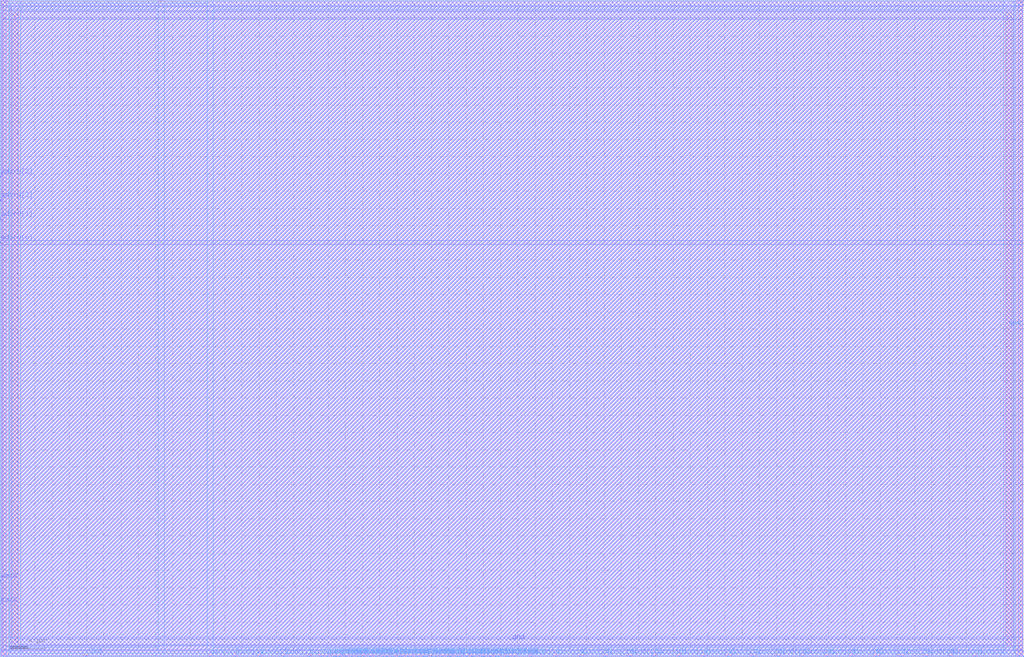
<source format=lef>
VERSION 5.4 ;
NAMESCASESENSITIVE ON ;
BUSBITCHARS "[]" ;
DIVIDERCHAR "/" ;
UNITS
  DATABASE MICRONS 2000 ;
END UNITS
MACRO sram_32x32
   CLASS BLOCK ;
   SIZE 118.685 BY 76.22 ;
   SYMMETRY X Y R90 ;
   PIN din0[0]
      DIRECTION INPUT ;
      PORT
         LAYER metal4 ;
         RECT  24.2975 0.0 24.4375 0.14 ;
      END
   END din0[0]
   PIN din0[1]
      DIRECTION INPUT ;
      PORT
         LAYER metal4 ;
         RECT  27.1575 0.0 27.2975 0.14 ;
      END
   END din0[1]
   PIN din0[2]
      DIRECTION INPUT ;
      PORT
         LAYER metal4 ;
         RECT  30.0175 0.0 30.1575 0.14 ;
      END
   END din0[2]
   PIN din0[3]
      DIRECTION INPUT ;
      PORT
         LAYER metal4 ;
         RECT  32.8775 0.0 33.0175 0.14 ;
      END
   END din0[3]
   PIN din0[4]
      DIRECTION INPUT ;
      PORT
         LAYER metal4 ;
         RECT  35.7375 0.0 35.8775 0.14 ;
      END
   END din0[4]
   PIN din0[5]
      DIRECTION INPUT ;
      PORT
         LAYER metal4 ;
         RECT  38.5975 0.0 38.7375 0.14 ;
      END
   END din0[5]
   PIN din0[6]
      DIRECTION INPUT ;
      PORT
         LAYER metal4 ;
         RECT  41.4575 0.0 41.5975 0.14 ;
      END
   END din0[6]
   PIN din0[7]
      DIRECTION INPUT ;
      PORT
         LAYER metal4 ;
         RECT  44.3175 0.0 44.4575 0.14 ;
      END
   END din0[7]
   PIN din0[8]
      DIRECTION INPUT ;
      PORT
         LAYER metal4 ;
         RECT  47.1775 0.0 47.3175 0.14 ;
      END
   END din0[8]
   PIN din0[9]
      DIRECTION INPUT ;
      PORT
         LAYER metal4 ;
         RECT  50.0375 0.0 50.1775 0.14 ;
      END
   END din0[9]
   PIN din0[10]
      DIRECTION INPUT ;
      PORT
         LAYER metal4 ;
         RECT  52.8975 0.0 53.0375 0.14 ;
      END
   END din0[10]
   PIN din0[11]
      DIRECTION INPUT ;
      PORT
         LAYER metal4 ;
         RECT  55.7575 0.0 55.8975 0.14 ;
      END
   END din0[11]
   PIN din0[12]
      DIRECTION INPUT ;
      PORT
         LAYER metal4 ;
         RECT  58.6175 0.0 58.7575 0.14 ;
      END
   END din0[12]
   PIN din0[13]
      DIRECTION INPUT ;
      PORT
         LAYER metal4 ;
         RECT  61.4775 0.0 61.6175 0.14 ;
      END
   END din0[13]
   PIN din0[14]
      DIRECTION INPUT ;
      PORT
         LAYER metal4 ;
         RECT  64.3375 0.0 64.4775 0.14 ;
      END
   END din0[14]
   PIN din0[15]
      DIRECTION INPUT ;
      PORT
         LAYER metal4 ;
         RECT  67.1975 0.0 67.3375 0.14 ;
      END
   END din0[15]
   PIN din0[16]
      DIRECTION INPUT ;
      PORT
         LAYER metal4 ;
         RECT  70.0575 0.0 70.1975 0.14 ;
      END
   END din0[16]
   PIN din0[17]
      DIRECTION INPUT ;
      PORT
         LAYER metal4 ;
         RECT  72.9175 0.0 73.0575 0.14 ;
      END
   END din0[17]
   PIN din0[18]
      DIRECTION INPUT ;
      PORT
         LAYER metal4 ;
         RECT  75.7775 0.0 75.9175 0.14 ;
      END
   END din0[18]
   PIN din0[19]
      DIRECTION INPUT ;
      PORT
         LAYER metal4 ;
         RECT  78.6375 0.0 78.7775 0.14 ;
      END
   END din0[19]
   PIN din0[20]
      DIRECTION INPUT ;
      PORT
         LAYER metal4 ;
         RECT  81.4975 0.0 81.6375 0.14 ;
      END
   END din0[20]
   PIN din0[21]
      DIRECTION INPUT ;
      PORT
         LAYER metal4 ;
         RECT  84.3575 0.0 84.4975 0.14 ;
      END
   END din0[21]
   PIN din0[22]
      DIRECTION INPUT ;
      PORT
         LAYER metal4 ;
         RECT  87.2175 0.0 87.3575 0.14 ;
      END
   END din0[22]
   PIN din0[23]
      DIRECTION INPUT ;
      PORT
         LAYER metal4 ;
         RECT  90.0775 0.0 90.2175 0.14 ;
      END
   END din0[23]
   PIN din0[24]
      DIRECTION INPUT ;
      PORT
         LAYER metal4 ;
         RECT  92.9375 0.0 93.0775 0.14 ;
      END
   END din0[24]
   PIN din0[25]
      DIRECTION INPUT ;
      PORT
         LAYER metal4 ;
         RECT  95.7975 0.0 95.9375 0.14 ;
      END
   END din0[25]
   PIN din0[26]
      DIRECTION INPUT ;
      PORT
         LAYER metal4 ;
         RECT  98.6575 0.0 98.7975 0.14 ;
      END
   END din0[26]
   PIN din0[27]
      DIRECTION INPUT ;
      PORT
         LAYER metal4 ;
         RECT  101.5175 0.0 101.6575 0.14 ;
      END
   END din0[27]
   PIN din0[28]
      DIRECTION INPUT ;
      PORT
         LAYER metal4 ;
         RECT  104.3775 0.0 104.5175 0.14 ;
      END
   END din0[28]
   PIN din0[29]
      DIRECTION INPUT ;
      PORT
         LAYER metal4 ;
         RECT  107.2375 0.0 107.3775 0.14 ;
      END
   END din0[29]
   PIN din0[30]
      DIRECTION INPUT ;
      PORT
         LAYER metal4 ;
         RECT  110.0975 0.0 110.2375 0.14 ;
      END
   END din0[30]
   PIN din0[31]
      DIRECTION INPUT ;
      PORT
         LAYER metal4 ;
         RECT  112.9575 0.0 113.0975 0.14 ;
      END
   END din0[31]
   PIN addr0[0]
      DIRECTION INPUT ;
      PORT
         LAYER metal3 ;
         RECT  0.0 47.975 0.14 48.115 ;
      END
   END addr0[0]
   PIN addr0[1]
      DIRECTION INPUT ;
      PORT
         LAYER metal3 ;
         RECT  0.0 50.705 0.14 50.845 ;
      END
   END addr0[1]
   PIN addr0[2]
      DIRECTION INPUT ;
      PORT
         LAYER metal3 ;
         RECT  0.0 52.915 0.14 53.055 ;
      END
   END addr0[2]
   PIN addr0[3]
      DIRECTION INPUT ;
      PORT
         LAYER metal3 ;
         RECT  0.0 55.645 0.14 55.785 ;
      END
   END addr0[3]
   PIN addr0[4]
      DIRECTION INPUT ;
      PORT
         LAYER metal4 ;
         RECT  18.58 76.08 18.72 76.22 ;
      END
   END addr0[4]
   PIN csb0
      DIRECTION INPUT ;
      PORT
         LAYER metal3 ;
         RECT  0.0 5.985 0.14 6.125 ;
      END
   END csb0
   PIN web0
      DIRECTION INPUT ;
      PORT
         LAYER metal3 ;
         RECT  0.0 8.715 0.14 8.855 ;
      END
   END web0
   PIN clk0
      DIRECTION INPUT ;
      PORT
         LAYER metal4 ;
         RECT  9.84 0.0 9.98 0.14 ;
      END
   END clk0
   PIN dout0[0]
      DIRECTION OUTPUT ;
      PORT
         LAYER metal4 ;
         RECT  37.1375 0.0 37.2775 0.14 ;
      END
   END dout0[0]
   PIN dout0[1]
      DIRECTION OUTPUT ;
      PORT
         LAYER metal4 ;
         RECT  37.84 0.0 37.98 0.14 ;
      END
   END dout0[1]
   PIN dout0[2]
      DIRECTION OUTPUT ;
      PORT
         LAYER metal4 ;
         RECT  38.8825 0.0 39.0225 0.14 ;
      END
   END dout0[2]
   PIN dout0[3]
      DIRECTION OUTPUT ;
      PORT
         LAYER metal4 ;
         RECT  39.2525 0.0 39.3925 0.14 ;
      END
   END dout0[3]
   PIN dout0[4]
      DIRECTION OUTPUT ;
      PORT
         LAYER metal4 ;
         RECT  39.9575 0.0 40.0975 0.14 ;
      END
   END dout0[4]
   PIN dout0[5]
      DIRECTION OUTPUT ;
      PORT
         LAYER metal4 ;
         RECT  40.6625 0.0 40.8025 0.14 ;
      END
   END dout0[5]
   PIN dout0[6]
      DIRECTION OUTPUT ;
      PORT
         LAYER metal4 ;
         RECT  41.7425 0.0 41.8825 0.14 ;
      END
   END dout0[6]
   PIN dout0[7]
      DIRECTION OUTPUT ;
      PORT
         LAYER metal4 ;
         RECT  42.0725 0.0 42.2125 0.14 ;
      END
   END dout0[7]
   PIN dout0[8]
      DIRECTION OUTPUT ;
      PORT
         LAYER metal4 ;
         RECT  42.7775 0.0 42.9175 0.14 ;
      END
   END dout0[8]
   PIN dout0[9]
      DIRECTION OUTPUT ;
      PORT
         LAYER metal4 ;
         RECT  43.4825 0.0 43.6225 0.14 ;
      END
   END dout0[9]
   PIN dout0[10]
      DIRECTION OUTPUT ;
      PORT
         LAYER metal4 ;
         RECT  44.76 0.0 44.9 0.14 ;
      END
   END dout0[10]
   PIN dout0[11]
      DIRECTION OUTPUT ;
      PORT
         LAYER metal4 ;
         RECT  45.465 0.0 45.605 0.14 ;
      END
   END dout0[11]
   PIN dout0[12]
      DIRECTION OUTPUT ;
      PORT
         LAYER metal4 ;
         RECT  46.17 0.0 46.31 0.14 ;
      END
   END dout0[12]
   PIN dout0[13]
      DIRECTION OUTPUT ;
      PORT
         LAYER metal4 ;
         RECT  46.455 0.0 46.595 0.14 ;
      END
   END dout0[13]
   PIN dout0[14]
      DIRECTION OUTPUT ;
      PORT
         LAYER metal4 ;
         RECT  47.58 0.0 47.72 0.14 ;
      END
   END dout0[14]
   PIN dout0[15]
      DIRECTION OUTPUT ;
      PORT
         LAYER metal4 ;
         RECT  48.285 0.0 48.425 0.14 ;
      END
   END dout0[15]
   PIN dout0[16]
      DIRECTION OUTPUT ;
      PORT
         LAYER metal4 ;
         RECT  48.99 0.0 49.13 0.14 ;
      END
   END dout0[16]
   PIN dout0[17]
      DIRECTION OUTPUT ;
      PORT
         LAYER metal4 ;
         RECT  49.275 0.0 49.415 0.14 ;
      END
   END dout0[17]
   PIN dout0[18]
      DIRECTION OUTPUT ;
      PORT
         LAYER metal4 ;
         RECT  50.4 0.0 50.54 0.14 ;
      END
   END dout0[18]
   PIN dout0[19]
      DIRECTION OUTPUT ;
      PORT
         LAYER metal4 ;
         RECT  51.105 0.0 51.245 0.14 ;
      END
   END dout0[19]
   PIN dout0[20]
      DIRECTION OUTPUT ;
      PORT
         LAYER metal4 ;
         RECT  51.81 0.0 51.95 0.14 ;
      END
   END dout0[20]
   PIN dout0[21]
      DIRECTION OUTPUT ;
      PORT
         LAYER metal4 ;
         RECT  52.095 0.0 52.235 0.14 ;
      END
   END dout0[21]
   PIN dout0[22]
      DIRECTION OUTPUT ;
      PORT
         LAYER metal4 ;
         RECT  53.22 0.0 53.36 0.14 ;
      END
   END dout0[22]
   PIN dout0[23]
      DIRECTION OUTPUT ;
      PORT
         LAYER metal4 ;
         RECT  53.925 0.0 54.065 0.14 ;
      END
   END dout0[23]
   PIN dout0[24]
      DIRECTION OUTPUT ;
      PORT
         LAYER metal4 ;
         RECT  54.63 0.0 54.77 0.14 ;
      END
   END dout0[24]
   PIN dout0[25]
      DIRECTION OUTPUT ;
      PORT
         LAYER metal4 ;
         RECT  54.915 0.0 55.055 0.14 ;
      END
   END dout0[25]
   PIN dout0[26]
      DIRECTION OUTPUT ;
      PORT
         LAYER metal4 ;
         RECT  56.0425 0.0 56.1825 0.14 ;
      END
   END dout0[26]
   PIN dout0[27]
      DIRECTION OUTPUT ;
      PORT
         LAYER metal4 ;
         RECT  56.745 0.0 56.885 0.14 ;
      END
   END dout0[27]
   PIN dout0[28]
      DIRECTION OUTPUT ;
      PORT
         LAYER metal4 ;
         RECT  57.45 0.0 57.59 0.14 ;
      END
   END dout0[28]
   PIN dout0[29]
      DIRECTION OUTPUT ;
      PORT
         LAYER metal4 ;
         RECT  57.735 0.0 57.875 0.14 ;
      END
   END dout0[29]
   PIN dout0[30]
      DIRECTION OUTPUT ;
      PORT
         LAYER metal4 ;
         RECT  58.9025 0.0 59.0425 0.14 ;
      END
   END dout0[30]
   PIN dout0[31]
      DIRECTION OUTPUT ;
      PORT
         LAYER metal4 ;
         RECT  59.565 0.0 59.705 0.14 ;
      END
   END dout0[31]
   PIN vdd
      DIRECTION INOUT ;
      USE POWER ; 
      SHAPE ABUTMENT ; 
      PORT
         LAYER metal3 ;
         RECT  0.0 0.0 118.685 0.7 ;
         LAYER metal4 ;
         RECT  0.0 0.0 0.7 76.22 ;
         LAYER metal4 ;
         RECT  117.985 0.0 118.685 76.22 ;
         LAYER metal3 ;
         RECT  0.0 75.52 118.685 76.22 ;
      END
   END vdd
   PIN gnd
      DIRECTION INOUT ;
      USE GROUND ; 
      SHAPE ABUTMENT ; 
      PORT
         LAYER metal3 ;
         RECT  1.4 74.12 117.285 74.82 ;
         LAYER metal3 ;
         RECT  1.4 1.4 117.285 2.1 ;
         LAYER metal4 ;
         RECT  1.4 1.4 2.1 74.82 ;
         LAYER metal4 ;
         RECT  116.585 1.4 117.285 74.82 ;
      END
   END gnd
   OBS
   LAYER  metal1 ;
      RECT  0.14 0.14 118.545 76.08 ;
   LAYER  metal2 ;
      RECT  0.14 0.14 118.545 76.08 ;
   LAYER  metal3 ;
      RECT  0.28 47.835 118.545 48.255 ;
      RECT  0.14 48.255 0.28 50.565 ;
      RECT  0.14 50.985 0.28 52.775 ;
      RECT  0.14 53.195 0.28 55.505 ;
      RECT  0.14 6.265 0.28 8.575 ;
      RECT  0.14 8.995 0.28 47.835 ;
      RECT  0.14 0.84 0.28 5.845 ;
      RECT  0.14 55.925 0.28 75.38 ;
      RECT  0.28 48.255 1.26 73.98 ;
      RECT  0.28 73.98 1.26 74.96 ;
      RECT  0.28 74.96 1.26 75.38 ;
      RECT  1.26 48.255 117.425 73.98 ;
      RECT  1.26 74.96 117.425 75.38 ;
      RECT  117.425 48.255 118.545 73.98 ;
      RECT  117.425 73.98 118.545 74.96 ;
      RECT  117.425 74.96 118.545 75.38 ;
      RECT  0.28 0.84 1.26 1.26 ;
      RECT  0.28 1.26 1.26 2.24 ;
      RECT  0.28 2.24 1.26 47.835 ;
      RECT  1.26 0.84 117.425 1.26 ;
      RECT  1.26 2.24 117.425 47.835 ;
      RECT  117.425 0.84 118.545 1.26 ;
      RECT  117.425 1.26 118.545 2.24 ;
      RECT  117.425 2.24 118.545 47.835 ;
   LAYER  metal4 ;
      RECT  24.0175 0.42 24.7175 76.08 ;
      RECT  24.7175 0.14 26.8775 0.42 ;
      RECT  27.5775 0.14 29.7375 0.42 ;
      RECT  30.4375 0.14 32.5975 0.42 ;
      RECT  33.2975 0.14 35.4575 0.42 ;
      RECT  61.8975 0.14 64.0575 0.42 ;
      RECT  64.7575 0.14 66.9175 0.42 ;
      RECT  67.6175 0.14 69.7775 0.42 ;
      RECT  70.4775 0.14 72.6375 0.42 ;
      RECT  73.3375 0.14 75.4975 0.42 ;
      RECT  76.1975 0.14 78.3575 0.42 ;
      RECT  79.0575 0.14 81.2175 0.42 ;
      RECT  81.9175 0.14 84.0775 0.42 ;
      RECT  84.7775 0.14 86.9375 0.42 ;
      RECT  87.6375 0.14 89.7975 0.42 ;
      RECT  90.4975 0.14 92.6575 0.42 ;
      RECT  93.3575 0.14 95.5175 0.42 ;
      RECT  96.2175 0.14 98.3775 0.42 ;
      RECT  99.0775 0.14 101.2375 0.42 ;
      RECT  101.9375 0.14 104.0975 0.42 ;
      RECT  104.7975 0.14 106.9575 0.42 ;
      RECT  107.6575 0.14 109.8175 0.42 ;
      RECT  110.5175 0.14 112.6775 0.42 ;
      RECT  18.3 0.42 19.0 75.8 ;
      RECT  19.0 0.42 24.0175 75.8 ;
      RECT  19.0 75.8 24.0175 76.08 ;
      RECT  10.26 0.14 24.0175 0.42 ;
      RECT  36.1575 0.14 36.8575 0.42 ;
      RECT  37.5575 0.14 37.56 0.42 ;
      RECT  38.26 0.14 38.3175 0.42 ;
      RECT  39.6725 0.14 39.6775 0.42 ;
      RECT  40.3775 0.14 40.3825 0.42 ;
      RECT  41.0825 0.14 41.1775 0.42 ;
      RECT  42.4925 0.14 42.4975 0.42 ;
      RECT  43.1975 0.14 43.2025 0.42 ;
      RECT  43.9025 0.14 44.0375 0.42 ;
      RECT  45.18 0.14 45.185 0.42 ;
      RECT  45.885 0.14 45.89 0.42 ;
      RECT  46.875 0.14 46.8975 0.42 ;
      RECT  48.0 0.14 48.005 0.42 ;
      RECT  48.705 0.14 48.71 0.42 ;
      RECT  49.695 0.14 49.7575 0.42 ;
      RECT  50.82 0.14 50.825 0.42 ;
      RECT  51.525 0.14 51.53 0.42 ;
      RECT  52.515 0.14 52.6175 0.42 ;
      RECT  53.64 0.14 53.645 0.42 ;
      RECT  54.345 0.14 54.35 0.42 ;
      RECT  55.335 0.14 55.4775 0.42 ;
      RECT  56.4625 0.14 56.465 0.42 ;
      RECT  57.165 0.14 57.17 0.42 ;
      RECT  58.155 0.14 58.3375 0.42 ;
      RECT  59.985 0.14 61.1975 0.42 ;
      RECT  0.98 75.8 18.3 76.08 ;
      RECT  0.98 0.14 9.56 0.42 ;
      RECT  113.3775 0.14 117.705 0.42 ;
      RECT  0.98 0.42 1.12 1.12 ;
      RECT  0.98 1.12 1.12 75.1 ;
      RECT  0.98 75.1 1.12 75.8 ;
      RECT  1.12 0.42 2.38 1.12 ;
      RECT  1.12 75.1 2.38 75.8 ;
      RECT  2.38 0.42 18.3 1.12 ;
      RECT  2.38 1.12 18.3 75.1 ;
      RECT  2.38 75.1 18.3 75.8 ;
      RECT  24.7175 0.42 116.305 1.12 ;
      RECT  24.7175 1.12 116.305 75.1 ;
      RECT  24.7175 75.1 116.305 76.08 ;
      RECT  116.305 0.42 117.565 1.12 ;
      RECT  116.305 75.1 117.565 76.08 ;
      RECT  117.565 0.42 117.705 1.12 ;
      RECT  117.565 1.12 117.705 75.1 ;
      RECT  117.565 75.1 117.705 76.08 ;
   END
END    sram_32x32
END    LIBRARY

</source>
